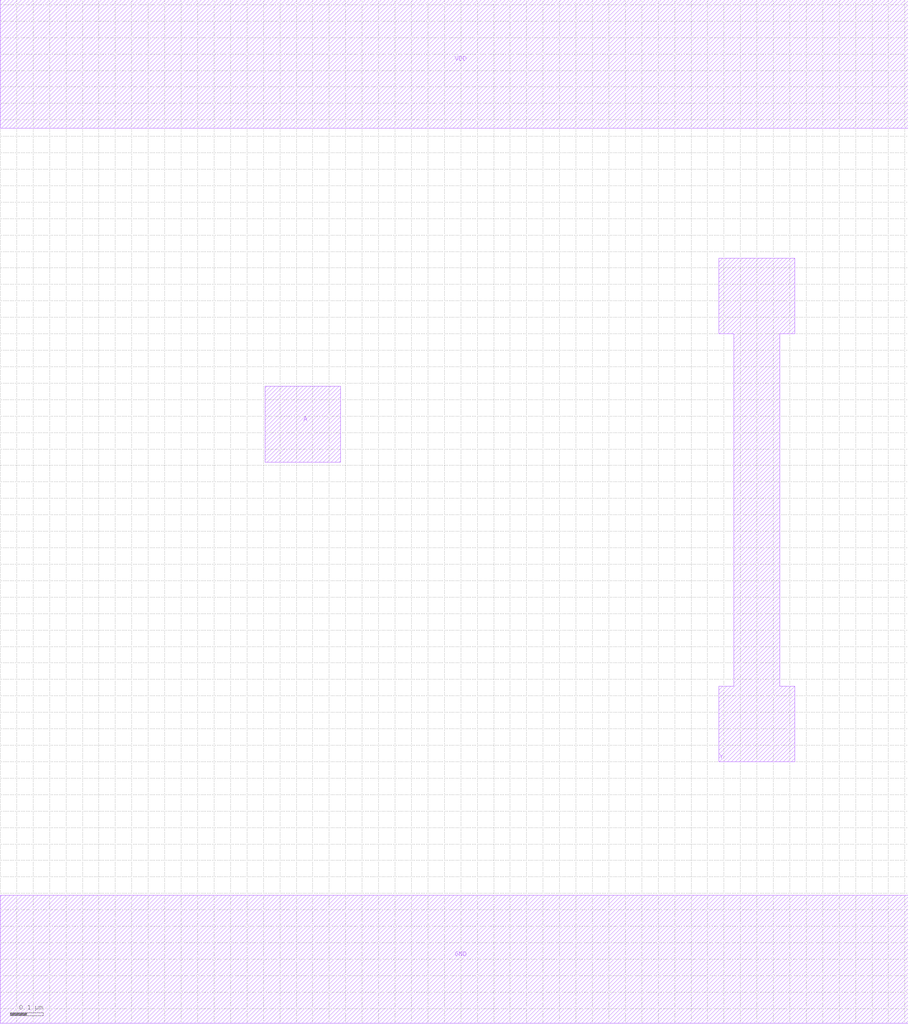
<source format=lef>
MACRO BUFX2
 CLASS CORE ;
 ORIGIN 0.0 0.0 ;
 FOREIGN BUFX2 0.0 0.0 ;
 SITE CORE ;
 SYMMETRY X Y R90 ;
  PIN VDD
   DIRECTION INOUT ;
   USE SIGNAL ;
   SHAPE ABUTMENT ;
    PORT
     CLASS CORE ;
       LAYER metal2 ;
        RECT 0.00000000 2.52500000 2.76000000 2.91500000 ;
    END
  END VDD

  PIN GND
   DIRECTION INOUT ;
   USE SIGNAL ;
   SHAPE ABUTMENT ;
    PORT
     CLASS CORE ;
       LAYER metal2 ;
        RECT 0.00000000 -0.19500000 2.76000000 0.19500000 ;
    END
  END GND

  PIN Y
   DIRECTION INOUT ;
   USE SIGNAL ;
   SHAPE ABUTMENT ;
    PORT
     CLASS CORE ;
       LAYER metal2 ;
        POLYGON 2.18500000 0.60000000 2.18500000 0.83000000 2.23000000 0.83000000 2.23000000 1.90000000 2.18500000 1.90000000 2.18500000 2.13000000 2.41500000 2.13000000 2.41500000 1.90000000 2.37000000 1.90000000 2.37000000 0.83000000 2.41500000 0.83000000 2.41500000 0.60000000 ;
    END
  END Y

  PIN A
   DIRECTION INOUT ;
   USE SIGNAL ;
   SHAPE ABUTMENT ;
    PORT
     CLASS CORE ;
       LAYER metal2 ;
        RECT 0.80500000 1.51000000 1.03500000 1.74000000 ;
    END
  END A


END BUFX2

</source>
